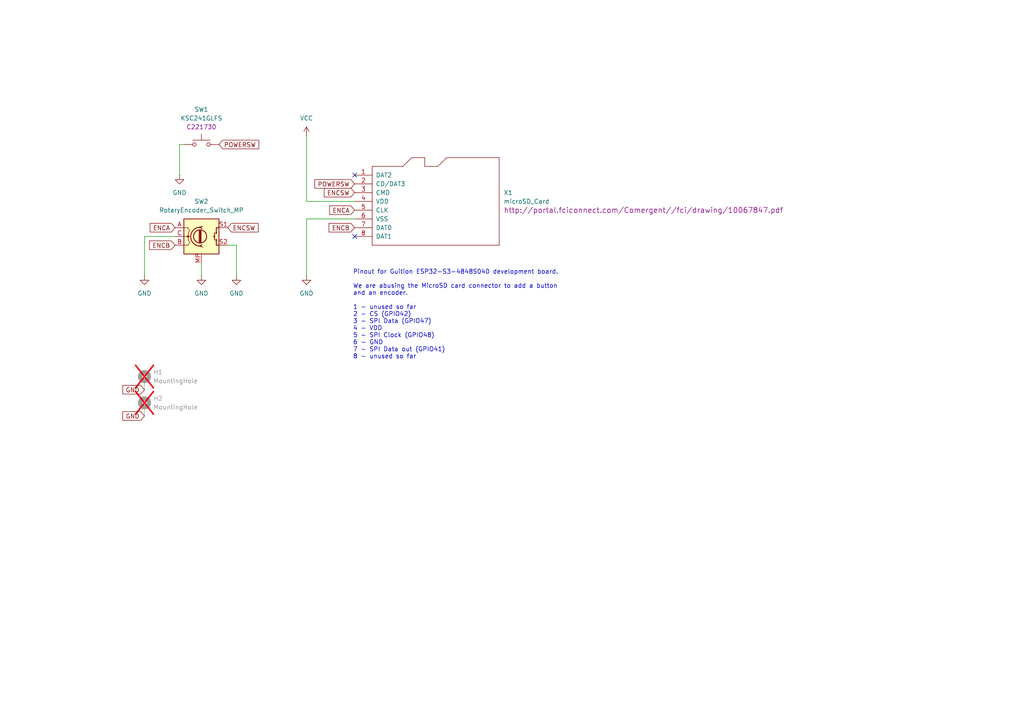
<source format=kicad_sch>
(kicad_sch (version 20250114) (generator "eeschema") (generator_version "9.0")
  (paper "A4")
  (lib_symbols
    (symbol "Device:RotaryEncoder_Switch_MP" (pin_names (offset 0.254) (hide yes))
      (property "Reference" "SW" (at 0 8.89 0))
      (property "Value" "RotaryEncoder_Switch_MP" (at 0 6.35 0))
      (symbol "RotaryEncoder_Switch_MP_0_1"
        (rectangle (start -5.08 5.08) (end 5.08 -5.08) (stroke (width 0.254)) (fill (type background)))
        (polyline (pts (xy -5.08 2.54) (xy -3.81 2.54) (xy -3.81 2.032)))
        (polyline (pts (xy -5.08 0) (xy -3.81 0) (xy -3.81 -1.016) (xy -3.302 -2.032)))
        (polyline (pts (xy -5.08 -2.54) (xy -3.81 -2.54) (xy -3.81 -2.032)))
        (polyline (pts (xy -4.318 0) (xy -3.81 0) (xy -3.81 1.016) (xy -3.302 2.032)))
        (circle (center -3.81 0) (radius 0.254) (fill (type outline)))
        (polyline (pts (xy -0.635 -1.778) (xy -0.635 1.778)) (stroke (width 0.254)))
        (circle (center -0.381 0) (radius 1.905) (stroke (width 0.254)))
        (polyline (pts (xy -0.381 -1.778) (xy -0.381 1.778)) (stroke (width 0.254)))
        (arc (start -0.381 -2.794) (mid -3.0988 -0.0635) (end -0.381 2.667) (stroke (width 0.254)))
        (polyline (pts (xy -0.127 1.778) (xy -0.127 -1.778)) (stroke (width 0.254)))
        (polyline (pts (xy 0.254 2.921) (xy -0.508 2.667) (xy 0.127 2.286)) (stroke (width 0.254)))
        (polyline (pts (xy 0.254 -3.048) (xy -0.508 -2.794) (xy 0.127 -2.413)) (stroke (width 0.254)))
        (polyline (pts (xy 3.81 1.016) (xy 3.81 -1.016)) (stroke (width 0.254)))
        (polyline (pts (xy 3.81 0) (xy 3.429 0)) (stroke (width 0.254)))
        (circle (center 4.318 1.016) (radius 0.127) (stroke (width 0.254)))
        (circle (center 4.318 -1.016) (radius 0.127) (stroke (width 0.254)))
        (polyline (pts (xy 5.08 2.54) (xy 4.318 2.54) (xy 4.318 1.016)) (stroke (width 0.254)))
        (polyline (pts (xy 5.08 -2.54) (xy 4.318 -2.54) (xy 4.318 -1.016)) (stroke (width 0.254)))
      )
      (symbol "RotaryEncoder_Switch_MP_1_1"
        (pin passive line (at -7.62 2.54 0) (length 2.54) (name "A") (number "A"))
        (pin passive line (at -7.62 0 0) (length 2.54) (name "C") (number "C"))
        (pin passive line (at -7.62 -2.54 0) (length 2.54) (name "B") (number "B"))
        (pin passive line (at 0 -7.62 90) (length 2.54) (name "MP") (number "MP"))
        (pin passive line (at 7.62 2.54 180) (length 2.54) (name "S1") (number "S1"))
        (pin passive line (at 7.62 -2.54 180) (length 2.54) (name "S2") (number "S2"))
      )
    )
    (symbol "Mechanical:MountingHole_Pad" (pin_numbers (hide yes)) (pin_names (offset 1.016) (hide yes))
      (property "Reference" "H" (at 0 6.35 0))
      (property "Value" "MountingHole_Pad" (at 0 4.445 0))
      (symbol "MountingHole_Pad_0_1"
        (circle (center 0 1.27) (radius 1.27) (stroke (width 1.27)))
      )
      (symbol "MountingHole_Pad_1_1"
        (pin input line (at 0 -2.54 90) (length 2.54) (name "1") (number "1"))
      )
    )
    (symbol "SimPanelTemp:KSC241GLFS" (pin_numbers (hide yes)) (pin_names (offset 1.016) (hide yes))
      (property "Reference" "REF**" (at 0 8.89 0))
      (property "Value" "KSC241GLFS" (at 0 6.35 0))
      (property "LCSC Part #" "C221730" (at 0 3.81 0))
      (symbol "KSC241GLFS_0_1"
        (circle (center -2.032 0) (radius 0.508))
        (polyline (pts (xy 0 1.27) (xy 0 3.048)))
        (circle (center 2.032 0) (radius 0.508))
        (polyline (pts (xy 2.54 1.27) (xy -2.54 1.27)))
        (pin passive line (at -5.08 0 0) (length 2.54) (name "1") (number "1"))
        (pin passive line (at 5.08 0 180) (length 2.54) (name "2") (number "2"))
      )
    )
    (symbol "SimPanelTemp:microSD_Card" (pin_names (offset 1.016))
      (property "Reference" "X" (at -1.27 13.97 0))
      (property "Value" "microSD_Card" (at 0 -13.97 0))
      (property "Datasheet" "http://portal.fciconnect.com/Comergent//fci/drawing/10067847.pdf" (at 0 0 0))
      (symbol "microSD_Card_0_1"
        (rectangle (start -20.32 10.16) (end -11.43 10.16))
        (polyline (pts (xy -20.32 10.16) (xy -20.32 -12.7) (xy 16.51 -12.7) (xy 16.51 12.7) (xy 1.27 12.7)))
        (polyline (pts (xy -11.43 10.16) (xy -8.89 12.7) (xy -5.08 12.7) (xy -5.08 10.16) (xy -1.27 10.16) (xy 1.27 12.7)))
      )
      (symbol "microSD_Card_1_1"
        (pin input line (at -25.4 7.62 0) (length 5.08) (name "DAT2") (number "1"))
        (pin input line (at -25.4 5.08 0) (length 5.08) (name "CD/DAT3") (number "2"))
        (pin input line (at -25.4 2.54 0) (length 5.08) (name "CMD") (number "3"))
        (pin input line (at -25.4 0 0) (length 5.08) (name "VDD") (number "4"))
        (pin input line (at -25.4 -2.54 0) (length 5.08) (name "CLK") (number "5"))
        (pin input line (at -25.4 -5.08 0) (length 5.08) (name "VSS") (number "6"))
        (pin input line (at -25.4 -7.62 0) (length 5.08) (name "DAT0") (number "7"))
        (pin input line (at -25.4 -10.16 0) (length 5.08) (name "DAT1") (number "8"))
      )
    )
    (symbol "power:GND" (power) (pin_numbers (hide yes)) (pin_names (offset 0) (hide yes))
      (property "Value" "GND" (at 0 -3.81 0))
      (symbol "GND_0_1"
        (polyline (pts (xy 0 0) (xy 0 -1.27) (xy 1.27 -1.27) (xy 0 -2.54) (xy -1.27 -1.27) (xy 0 -1.27)))
      )
      (symbol "GND_1_1"
        (pin power_in line (at 0 0 270) (length 0) (name "~") (number "1"))
      )
    )
    (symbol "power:VCC" (power) (pin_numbers (hide yes)) (pin_names (offset 0) (hide yes))
      (property "Value" "VCC" (at 0 3.556 0))
      (symbol "VCC_0_1"
        (polyline (pts (xy -0.762 1.27) (xy 0 2.54)))
        (polyline (pts (xy 0 2.54) (xy 0.762 1.27)))
        (polyline (pts (xy 0 0) (xy 0 2.54)))
      )
      (symbol "VCC_1_1"
        (pin power_in line (at 0 0 90) (length 0) (name "~") (number "1"))
      )
    )
  )
  (text "Pinout for Guition ESP32-S3-4848S040 development board.\n\nWe are abusing the MicroSD card connector to add a button\nand an encoder.\n\n1 - unused so far\n2 - CS (GPIO42)\n3 - SPI Data (GPIO47)\n4 - VDD\n5 - SPI Clock (GPIO48)\n6 - GND\n7 - SPI Data out (GPIO41)\n8 - unused so far" (at 102.362 78.232 0) (effects (font (size 1.27 1.27)) (justify left top)))
  (no_connect (at 102.87 50.8))
  (no_connect (at 102.87 68.58))
  (wire (pts (xy 52.07 41.91) (xy 52.07 50.8)))
  (wire (pts (xy 68.58 71.12) (xy 68.58 80.01)))
  (wire (pts (xy 88.9 63.5) (xy 102.87 63.5)))
  (wire (pts (xy 88.9 80.01) (xy 88.9 63.5)))
  (wire (pts (xy 58.42 80.01) (xy 58.42 76.2)))
  (wire (pts (xy 41.91 68.58) (xy 41.91 80.01)))
  (wire (pts (xy 53.34 41.91) (xy 52.07 41.91)))
  (wire (pts (xy 68.58 71.12) (xy 66.04 71.12)))
  (wire (pts (xy 41.91 68.58) (xy 50.8 68.58)))
  (wire (pts (xy 88.9 39.37) (xy 88.9 58.42)))
  (wire (pts (xy 88.9 58.42) (xy 102.87 58.42)))
  (global_label "ENCB" (shape input) (at 102.87 66.04 180) (property "Intersheetrefs" "${INTERSHEET_REFS}" (effects (hide yes))))
  (global_label "ENCA" (shape input) (at 50.8 66.04 180) (property "Intersheetrefs" "${INTERSHEET_REFS}" (effects (hide yes))))
  (global_label "GND" (shape input) (at 41.91 120.65 180) (property "Intersheetrefs" "${INTERSHEET_REFS}" (effects (hide yes))))
  (global_label "ENCA" (shape input) (at 102.87 60.96 180) (property "Intersheetrefs" "${INTERSHEET_REFS}" (effects (hide yes))))
  (global_label "GND" (shape input) (at 41.91 113.03 180) (property "Intersheetrefs" "${INTERSHEET_REFS}" (effects (hide yes))))
  (global_label "ENCSW" (shape input) (at 66.04 66.04 0) (property "Intersheetrefs" "${INTERSHEET_REFS}" (effects (hide yes))))
  (global_label "ENCSW" (shape input) (at 102.87 55.88 180) (property "Intersheetrefs" "${INTERSHEET_REFS}" (effects (hide yes))))
  (global_label "ENCB" (shape input) (at 50.8 71.12 180) (property "Intersheetrefs" "${INTERSHEET_REFS}" (effects (hide yes))))
  (global_label "POWERSW" (shape input) (at 102.87 53.34 180) (property "Intersheetrefs" "${INTERSHEET_REFS}" (effects (hide yes))))
  (global_label "POWERSW" (shape input) (at 63.5 41.91 0) (property "Intersheetrefs" "${INTERSHEET_REFS}" (effects (hide yes))))
  (symbol (lib_id "power:GND") (at 52.07 50.8 0) (unit 1)
    (property "Reference" "#PWR04" (effects (hide yes)))
    (property "Value" "GND" (at 52.07 55.88 0))
    (property "Description" "Power symbol creates a global label with name \"GND\" , ground" (effects (hide yes)))
  )
  (symbol (lib_id "power:GND") (at 58.42 80.01 0) (unit 1)
    (property "Reference" "#PWR06" (effects (hide yes)))
    (property "Value" "GND" (at 58.42 85.09 0))
    (property "Description" "Power symbol creates a global label with name \"GND\" , ground" (effects (hide yes)))
  )
  (symbol (lib_id "power:GND") (at 41.91 80.01 0) (unit 1)
    (property "Reference" "#PWR03" (effects (hide yes)))
    (property "Value" "GND" (at 41.91 85.09 0))
    (property "Description" "Power symbol creates a global label with name \"GND\" , ground" (effects (hide yes)))
  )
  (symbol (lib_id "power:GND") (at 68.58 80.01 0) (unit 1)
    (property "Reference" "#PWR02" (effects (hide yes)))
    (property "Value" "GND" (at 68.58 85.09 0))
    (property "Description" "Power symbol creates a global label with name \"GND\" , ground" (effects (hide yes)))
  )
  (symbol (lib_id "SimPanelTemp:microSD_Card") (at 128.27 58.42 0) (unit 1)
    (property "Reference" "X1" (at 146.05 55.8799 0) (effects (justify left)))
    (property "Value" "microSD_Card" (at 146.05 58.4199 0) (effects (justify left)))
    (property "Footprint" "SimPanelTemp:microSD_Card" (effects (hide yes)))
    (property "Datasheet" "http://portal.fciconnect.com/Comergent//fci/drawing/10067847.pdf" (at 146.05 60.9599 0) (effects (font (size 1.524 1.524)) (justify left)))
    (property "Description" "SD Card Reader" (effects (hide yes)))
  )
  (symbol (lib_id "Mechanical:MountingHole_Pad") (at 41.91 110.49 0) (unit 1) (in_bom no) (dnp yes)
    (property "Reference" "H1" (at 44.45 107.9499 0) (effects (justify left)))
    (property "Value" "MountingHole" (at 44.45 110.4899 0) (effects (justify left)))
    (property "Footprint" "MountingHole:MountingHole_3.2mm_M3_ISO14580_Pad_TopBottom" (effects (hide yes)))
  )
  (symbol (lib_id "Device:RotaryEncoder_Switch_MP") (at 58.42 68.58 0) (unit 1)
    (property "Reference" "SW2" (at 58.42 58.42 0))
    (property "Value" "RotaryEncoder_Switch_MP" (at 58.42 60.96 0))
    (property "Footprint" "Rotary_Encoder:RotaryEncoder_Alps_EC11E-Switch_Vertical_H20mm_MountingHoles" (effects (hide yes)))
    (property "Description" "Rotary encoder, dual channel, incremental quadrate outputs, with switch and MP Pin" (effects (hide yes)))
  )
  (symbol (lib_id "power:VCC") (at 88.9 39.37 0) (unit 1)
    (property "Reference" "#PWR05" (effects (hide yes)))
    (property "Value" "VCC" (at 88.9 34.29 0))
    (property "Description" "Power symbol creates a global label with name \"VCC\"" (effects (hide yes)))
  )
  (symbol (lib_id "power:GND") (at 88.9 80.01 0) (unit 1)
    (property "Reference" "#PWR01" (effects (hide yes)))
    (property "Value" "GND" (at 88.9 85.09 0))
    (property "Description" "Power symbol creates a global label with name \"GND\" , ground" (effects (hide yes)))
  )
  (symbol (lib_id "Mechanical:MountingHole_Pad") (at 41.91 118.11 0) (unit 1) (in_bom no) (dnp yes)
    (property "Reference" "H2" (at 44.45 115.5699 0) (effects (justify left)))
    (property "Value" "MountingHole" (at 44.45 118.1099 0) (effects (justify left)))
    (property "Footprint" "MountingHole:MountingHole_3.2mm_M3_ISO14580_Pad_TopBottom" (effects (hide yes)))
  )
  (symbol (lib_id "SimPanelTemp:KSC241GLFS") (at 58.42 41.91 0) (unit 1)
    (property "Reference" "SW1" (at 58.42 31.75 0))
    (property "Value" "KSC241GLFS" (at 58.42 34.29 0))
    (property "Footprint" "SimPanelTemp:KSC241GLFS" (effects (hide yes)))
    (property "Datasheet" "https://www.ckswitches.com/media/1968/ksc2.pdf" (effects (hide yes)))
    (property "Description" "Rubbery actuator smooth clicking surface mount button with wider pads" (effects (hide yes)))
    (property "LCSC Part #" "C221730" (at 58.42 36.83 0))
  )
)
</source>
